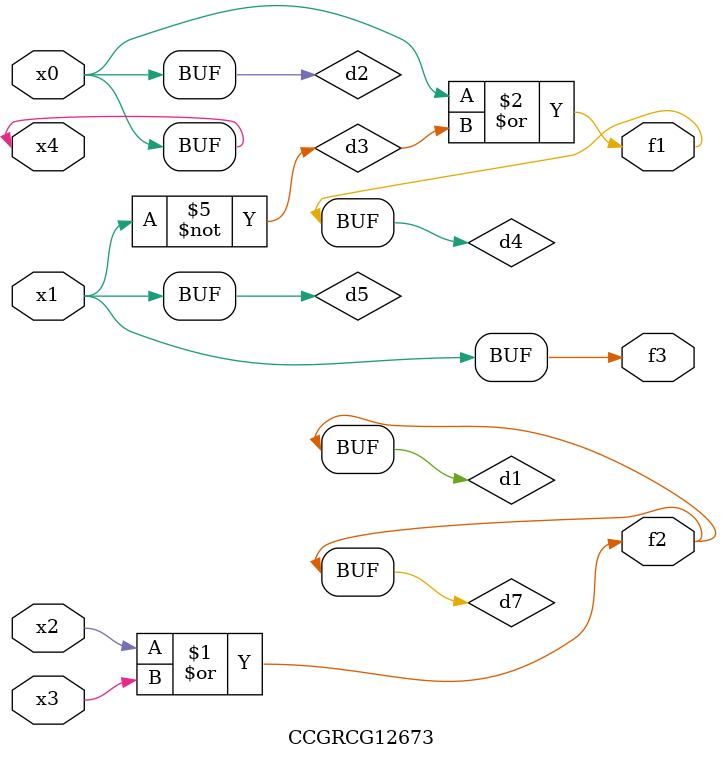
<source format=v>
module CCGRCG12673(
	input x0, x1, x2, x3, x4,
	output f1, f2, f3
);

	wire d1, d2, d3, d4, d5, d6, d7;

	or (d1, x2, x3);
	buf (d2, x0, x4);
	not (d3, x1);
	or (d4, d2, d3);
	not (d5, d3);
	nand (d6, d1, d3);
	or (d7, d1);
	assign f1 = d4;
	assign f2 = d7;
	assign f3 = d5;
endmodule

</source>
